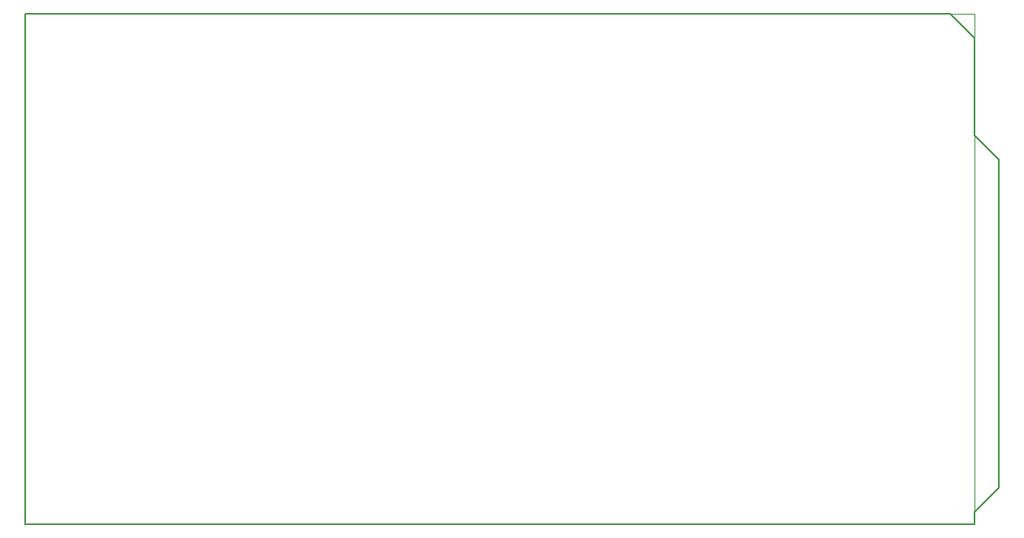
<source format=gbp>
G75*
%MOIN*%
%OFA0B0*%
%FSLAX24Y24*%
%IPPOS*%
%LPD*%
%AMOC8*
5,1,8,0,0,1.08239X$1,22.5*
%
%ADD10C,0.0000*%
%ADD11C,0.0080*%
D10*
X004943Y000500D02*
X004943Y021495D01*
X043935Y021495D01*
X043935Y000500D01*
X004943Y000500D01*
D11*
X004943Y021500D01*
X042943Y021500D01*
X043943Y020500D01*
X043943Y016500D01*
X044943Y015500D01*
X044943Y002000D01*
X043943Y001000D01*
X043943Y000500D01*
X004943Y000500D01*
M02*

</source>
